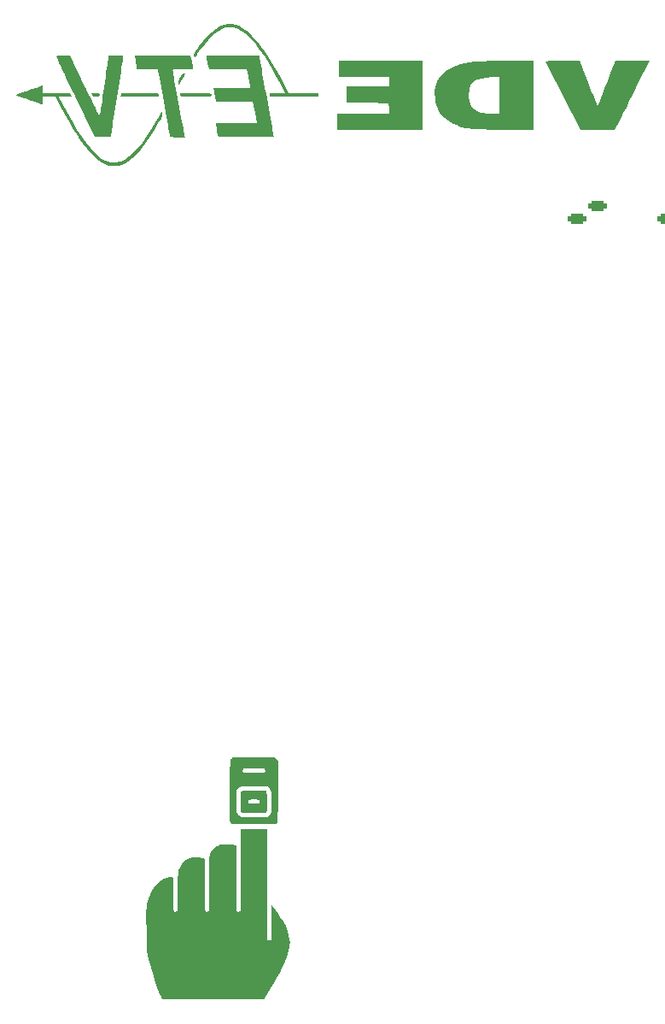
<source format=gbo>
G04 #@! TF.GenerationSoftware,KiCad,Pcbnew,7.0.7*
G04 #@! TF.CreationDate,2023-09-14T12:08:29+02:00*
G04 #@! TF.ProjectId,pulsoximeter,70756c73-6f78-4696-9d65-7465722e6b69,rev?*
G04 #@! TF.SameCoordinates,Original*
G04 #@! TF.FileFunction,Legend,Bot*
G04 #@! TF.FilePolarity,Positive*
%FSLAX46Y46*%
G04 Gerber Fmt 4.6, Leading zero omitted, Abs format (unit mm)*
G04 Created by KiCad (PCBNEW 7.0.7) date 2023-09-14 12:08:29*
%MOMM*%
%LPD*%
G01*
G04 APERTURE LIST*
G04 Aperture macros list*
%AMRoundRect*
0 Rectangle with rounded corners*
0 $1 Rounding radius*
0 $2 $3 $4 $5 $6 $7 $8 $9 X,Y pos of 4 corners*
0 Add a 4 corners polygon primitive as box body*
4,1,4,$2,$3,$4,$5,$6,$7,$8,$9,$2,$3,0*
0 Add four circle primitives for the rounded corners*
1,1,$1+$1,$2,$3*
1,1,$1+$1,$4,$5*
1,1,$1+$1,$6,$7*
1,1,$1+$1,$8,$9*
0 Add four rect primitives between the rounded corners*
20,1,$1+$1,$2,$3,$4,$5,0*
20,1,$1+$1,$4,$5,$6,$7,0*
20,1,$1+$1,$6,$7,$8,$9,0*
20,1,$1+$1,$8,$9,$2,$3,0*%
G04 Aperture macros list end*
%ADD10R,1.700000X1.700000*%
%ADD11O,1.700000X1.700000*%
%ADD12C,1.400000*%
%ADD13O,1.400000X1.400000*%
%ADD14C,1.600000*%
%ADD15O,1.800000X1.800000*%
%ADD16O,1.500000X1.500000*%
%ADD17R,1.800000X1.100000*%
%ADD18RoundRect,0.275000X-0.625000X0.275000X-0.625000X-0.275000X0.625000X-0.275000X0.625000X0.275000X0*%
%ADD19R,2.000000X2.000000*%
%ADD20C,2.000000*%
%ADD21C,3.450000*%
%ADD22R,3.000000X3.000000*%
%ADD23C,3.000000*%
G04 APERTURE END LIST*
G36*
X67700034Y-129049842D02*
G01*
X67700790Y-129309981D01*
X67701021Y-129530453D01*
X67700311Y-129703209D01*
X67698285Y-129834562D01*
X67694571Y-129930829D01*
X67688796Y-129998324D01*
X67680588Y-130043363D01*
X67669574Y-130072259D01*
X67655381Y-130091330D01*
X67637636Y-130106888D01*
X67621878Y-130117793D01*
X67595078Y-130129379D01*
X67555256Y-130138643D01*
X67496533Y-130145842D01*
X67413031Y-130151231D01*
X67298872Y-130155066D01*
X67148179Y-130157604D01*
X66955073Y-130159099D01*
X66713676Y-130159809D01*
X66418111Y-130159988D01*
X65264162Y-130159988D01*
X65190468Y-130086294D01*
X65116773Y-130012600D01*
X65116773Y-129054527D01*
X65116774Y-129049114D01*
X65837341Y-129049114D01*
X65852189Y-129123495D01*
X65897388Y-129199232D01*
X65900614Y-129202409D01*
X65928891Y-129224625D01*
X65966906Y-129240197D01*
X66024722Y-129250288D01*
X66112396Y-129256057D01*
X66239992Y-129258667D01*
X66417568Y-129259279D01*
X66510826Y-129259206D01*
X66661116Y-129258106D01*
X66766531Y-129254613D01*
X66837249Y-129247381D01*
X66883445Y-129235064D01*
X66915297Y-129216316D01*
X66942982Y-129189791D01*
X66947311Y-129185064D01*
X66999054Y-129089558D01*
X66999463Y-128988220D01*
X66948215Y-128898996D01*
X66943864Y-128894735D01*
X66915551Y-128872932D01*
X66877145Y-128857653D01*
X66818657Y-128847757D01*
X66730097Y-128842102D01*
X66601475Y-128839546D01*
X66422802Y-128838948D01*
X66389769Y-128838960D01*
X66219956Y-128839800D01*
X66098563Y-128842784D01*
X66015599Y-128849054D01*
X65961075Y-128859751D01*
X65925001Y-128876018D01*
X65897388Y-128898996D01*
X65857699Y-128960957D01*
X65837341Y-129049114D01*
X65116774Y-129049114D01*
X65116791Y-128938050D01*
X65117111Y-128695373D01*
X65118148Y-128503334D01*
X65120299Y-128355269D01*
X65123964Y-128244520D01*
X65129544Y-128164423D01*
X65137438Y-128108319D01*
X65148046Y-128069546D01*
X65161766Y-128041442D01*
X65179000Y-128017347D01*
X65241226Y-127938239D01*
X66420327Y-127938239D01*
X66433001Y-127938239D01*
X66729113Y-127938409D01*
X66971135Y-127939066D01*
X67164801Y-127940463D01*
X67315844Y-127942851D01*
X67430000Y-127946482D01*
X67513001Y-127951606D01*
X67570582Y-127958475D01*
X67608476Y-127967341D01*
X67632419Y-127978454D01*
X67648143Y-127992067D01*
X67657368Y-128004718D01*
X67668996Y-128033184D01*
X67678219Y-128078501D01*
X67685342Y-128146840D01*
X67690666Y-128244372D01*
X67694495Y-128377267D01*
X67697130Y-128551697D01*
X67698876Y-128773831D01*
X67699775Y-128988220D01*
X67700034Y-129049842D01*
G37*
G36*
X68801922Y-128003599D02*
G01*
X68801622Y-128126983D01*
X68800444Y-128602825D01*
X68799306Y-129023053D01*
X68799223Y-129049114D01*
X68798127Y-129391236D01*
X68796827Y-129710946D01*
X68795324Y-129985754D01*
X68793537Y-130219232D01*
X68791384Y-130414950D01*
X68788784Y-130576480D01*
X68785656Y-130707393D01*
X68781919Y-130811260D01*
X68777490Y-130891652D01*
X68772290Y-130952141D01*
X68766236Y-130996297D01*
X68759248Y-131027692D01*
X68751243Y-131049897D01*
X68742142Y-131066483D01*
X68731861Y-131081022D01*
X68726586Y-131087934D01*
X68654068Y-131164723D01*
X68569797Y-131233334D01*
X68470541Y-131300887D01*
X66422802Y-131300887D01*
X64375062Y-131300887D01*
X64273760Y-131232619D01*
X64265493Y-131226873D01*
X64177560Y-131149949D01*
X64103767Y-131062422D01*
X64035077Y-130960493D01*
X64039765Y-129180806D01*
X64697111Y-129180806D01*
X64698388Y-129405584D01*
X64701069Y-129615872D01*
X64705163Y-129802562D01*
X64710679Y-129956546D01*
X64717627Y-130068716D01*
X64726016Y-130129965D01*
X64749801Y-130193445D01*
X64832251Y-130325087D01*
X64944981Y-130442118D01*
X65069614Y-130523490D01*
X65074336Y-130525608D01*
X65108879Y-130539049D01*
X65149814Y-130550025D01*
X65203102Y-130558774D01*
X65274706Y-130565535D01*
X65370587Y-130570549D01*
X65496706Y-130574052D01*
X65659026Y-130576286D01*
X65863507Y-130577489D01*
X66116112Y-130577899D01*
X66422802Y-130577757D01*
X66707585Y-130576839D01*
X66983066Y-130574553D01*
X67222878Y-130571033D01*
X67422145Y-130566394D01*
X67575993Y-130560752D01*
X67679547Y-130554220D01*
X67727933Y-130546915D01*
X67828852Y-130493717D01*
X67965025Y-130379504D01*
X68066873Y-130240814D01*
X68069199Y-130236452D01*
X68086512Y-130201998D01*
X68100438Y-130166212D01*
X68111347Y-130122570D01*
X68119606Y-130064549D01*
X68125585Y-129985625D01*
X68129650Y-129879273D01*
X68132171Y-129738970D01*
X68133515Y-129558192D01*
X68134052Y-129330415D01*
X68134149Y-129049114D01*
X68134035Y-128770773D01*
X68133455Y-128542065D01*
X68132055Y-128360489D01*
X68129479Y-128219545D01*
X68125374Y-128112734D01*
X68119386Y-128033555D01*
X68111161Y-127975510D01*
X68100344Y-127932099D01*
X68086581Y-127896822D01*
X68069518Y-127863180D01*
X68017419Y-127777652D01*
X67900835Y-127651041D01*
X67751902Y-127564376D01*
X67746786Y-127562314D01*
X67709197Y-127550897D01*
X67657081Y-127541559D01*
X67584747Y-127534104D01*
X67486506Y-127528336D01*
X67356669Y-127524057D01*
X67189545Y-127521072D01*
X66979445Y-127519183D01*
X66720679Y-127518194D01*
X66407558Y-127517908D01*
X66277449Y-127517926D01*
X65994068Y-127518211D01*
X65762418Y-127519043D01*
X65576572Y-127520680D01*
X65430601Y-127523377D01*
X65318577Y-127527391D01*
X65234573Y-127532978D01*
X65172660Y-127540394D01*
X65126912Y-127549897D01*
X65091398Y-127561742D01*
X65060193Y-127576187D01*
X65024415Y-127596196D01*
X64895345Y-127698175D01*
X64790992Y-127825941D01*
X64728271Y-127959936D01*
X64726670Y-127966705D01*
X64718388Y-128037891D01*
X64711444Y-128158343D01*
X64705846Y-128318952D01*
X64701604Y-128510611D01*
X64698728Y-128724211D01*
X64697227Y-128950646D01*
X64697111Y-129180806D01*
X64039765Y-129180806D01*
X64043006Y-127950378D01*
X64043288Y-127843155D01*
X64044578Y-127363885D01*
X64045816Y-126940362D01*
X64047084Y-126569027D01*
X64048460Y-126246323D01*
X64050026Y-125968689D01*
X64050510Y-125906443D01*
X65276588Y-125906443D01*
X65278649Y-126000240D01*
X65340586Y-126093150D01*
X65414280Y-126166844D01*
X66418111Y-126166844D01*
X66425832Y-126166844D01*
X66698672Y-126166603D01*
X66917948Y-126165689D01*
X67089980Y-126163792D01*
X67221090Y-126160600D01*
X67317599Y-126155800D01*
X67385827Y-126149082D01*
X67432095Y-126140135D01*
X67462724Y-126128645D01*
X67484034Y-126114303D01*
X67551702Y-126025987D01*
X67563915Y-125926754D01*
X67518182Y-125827779D01*
X67454259Y-125746513D01*
X66425856Y-125746513D01*
X65397453Y-125746513D01*
X65332172Y-125816002D01*
X65276588Y-125906443D01*
X64050510Y-125906443D01*
X64051861Y-125732569D01*
X64054047Y-125534403D01*
X64056663Y-125370633D01*
X64059790Y-125237700D01*
X64063508Y-125132046D01*
X64067898Y-125050113D01*
X64073039Y-124988341D01*
X64079013Y-124943172D01*
X64085899Y-124911048D01*
X64093778Y-124888410D01*
X64102730Y-124871700D01*
X64112836Y-124857359D01*
X64177482Y-124784064D01*
X64257635Y-124712553D01*
X64258852Y-124711646D01*
X64276310Y-124699659D01*
X64296989Y-124689335D01*
X64325259Y-124680530D01*
X64365492Y-124673102D01*
X64422059Y-124666909D01*
X64499331Y-124661809D01*
X64601680Y-124657660D01*
X64733477Y-124654319D01*
X64899093Y-124651645D01*
X65102900Y-124649495D01*
X65349268Y-124647728D01*
X65642570Y-124646200D01*
X65987176Y-124644771D01*
X66387458Y-124643297D01*
X68434386Y-124635943D01*
X68553868Y-124703956D01*
X68572175Y-124715229D01*
X68667362Y-124796183D01*
X68741262Y-124891451D01*
X68809174Y-125010934D01*
X68806955Y-125926754D01*
X68801922Y-128003599D01*
G37*
G36*
X66607260Y-131751283D02*
G01*
X66885493Y-131751622D01*
X67112161Y-131752483D01*
X67292512Y-131754080D01*
X67431793Y-131756625D01*
X67535253Y-131760333D01*
X67608138Y-131765417D01*
X67655697Y-131772090D01*
X67683177Y-131780566D01*
X67695825Y-131791059D01*
X67698890Y-131803783D01*
X67698898Y-131814249D01*
X67698940Y-131878604D01*
X67699012Y-131998414D01*
X67699114Y-132170632D01*
X67699242Y-132392209D01*
X67699397Y-132660098D01*
X67699575Y-132971250D01*
X67699775Y-133322617D01*
X67699996Y-133711152D01*
X67700235Y-134133806D01*
X67700492Y-134587531D01*
X67700763Y-135069279D01*
X67701048Y-135576003D01*
X67701345Y-136104654D01*
X67701652Y-136652183D01*
X67701967Y-137215544D01*
X67702153Y-137499194D01*
X67702684Y-138055458D01*
X67703414Y-138594556D01*
X67704330Y-139113427D01*
X67705420Y-139609005D01*
X67706670Y-140078229D01*
X67708068Y-140518036D01*
X67709599Y-140925362D01*
X67711252Y-141297144D01*
X67713013Y-141630321D01*
X67714869Y-141921827D01*
X67716806Y-142168602D01*
X67718813Y-142367581D01*
X67720875Y-142515702D01*
X67722981Y-142609901D01*
X67725116Y-142647116D01*
X67762272Y-142715006D01*
X67825209Y-142779151D01*
X67873170Y-142810975D01*
X67927565Y-142822318D01*
X67999656Y-142799687D01*
X68001721Y-142798818D01*
X68075356Y-142749991D01*
X68121663Y-142688215D01*
X68124547Y-142671943D01*
X68129642Y-142598375D01*
X68134334Y-142472943D01*
X68138537Y-142300965D01*
X68142169Y-142087760D01*
X68145146Y-141838644D01*
X68147384Y-141558936D01*
X68148800Y-141253954D01*
X68149310Y-140929015D01*
X68149459Y-139242140D01*
X68224786Y-139332211D01*
X68246030Y-139358311D01*
X68307092Y-139435588D01*
X68391573Y-139544096D01*
X68491275Y-139673281D01*
X68597996Y-139812589D01*
X68721678Y-139977957D01*
X69047987Y-140451843D01*
X69327611Y-140918165D01*
X69559270Y-141373938D01*
X69741680Y-141816177D01*
X69873560Y-142241897D01*
X69953629Y-142648114D01*
X69980603Y-143031841D01*
X69975665Y-143170246D01*
X69936556Y-143479739D01*
X69859898Y-143828080D01*
X69747402Y-144211378D01*
X69600784Y-144625740D01*
X69421757Y-145067274D01*
X69212034Y-145532086D01*
X68973330Y-146016285D01*
X68707358Y-146515977D01*
X68415832Y-147027270D01*
X68100465Y-147546272D01*
X67762971Y-148069090D01*
X67758997Y-148075068D01*
X67658274Y-148227663D01*
X67568620Y-148365406D01*
X67495633Y-148479546D01*
X67444912Y-148561331D01*
X67422055Y-148602010D01*
X67421380Y-148603458D01*
X67415363Y-148610059D01*
X67402795Y-148616068D01*
X67381002Y-148621512D01*
X67347308Y-148626419D01*
X67299039Y-148630816D01*
X67233519Y-148634732D01*
X67148075Y-148638194D01*
X67040032Y-148641229D01*
X66906713Y-148643867D01*
X66745446Y-148646133D01*
X66553554Y-148648057D01*
X66328363Y-148649666D01*
X66067198Y-148650987D01*
X65767385Y-148652049D01*
X65426248Y-148652880D01*
X65041113Y-148653506D01*
X64609305Y-148653956D01*
X64128149Y-148654258D01*
X63594970Y-148654439D01*
X63007093Y-148654528D01*
X62361844Y-148654551D01*
X57323183Y-148654551D01*
X57139062Y-148226714D01*
X57085171Y-148100341D01*
X56741370Y-147232689D01*
X56442078Y-146363776D01*
X56189458Y-145500896D01*
X55985674Y-144651343D01*
X55832889Y-143822414D01*
X55823179Y-143757985D01*
X55811761Y-143674115D01*
X55801980Y-143588044D01*
X55793669Y-143494514D01*
X55786661Y-143388265D01*
X55780789Y-143264040D01*
X55775886Y-143116578D01*
X55771784Y-142940622D01*
X55768316Y-142730913D01*
X55765316Y-142482192D01*
X55762616Y-142189201D01*
X55760048Y-141846679D01*
X55757446Y-141449370D01*
X55757211Y-141411596D01*
X55754903Y-141016035D01*
X55753314Y-140675135D01*
X55752527Y-140383953D01*
X55752624Y-140137542D01*
X55753686Y-139930958D01*
X55755795Y-139759257D01*
X55759035Y-139617493D01*
X55763486Y-139500720D01*
X55769232Y-139403996D01*
X55776354Y-139322374D01*
X55784934Y-139250909D01*
X55795054Y-139184657D01*
X55869408Y-138851062D01*
X56011000Y-138437240D01*
X56203610Y-138028974D01*
X56442814Y-137635401D01*
X56724188Y-137265657D01*
X56756386Y-137228529D01*
X56984659Y-137004815D01*
X57235440Y-136819710D01*
X57500618Y-136676944D01*
X57772080Y-136580251D01*
X58041714Y-136533363D01*
X58301407Y-136540012D01*
X58451525Y-136560659D01*
X58451525Y-138194130D01*
X58451534Y-138361858D01*
X58451673Y-138690939D01*
X58452121Y-138967054D01*
X58453050Y-139195080D01*
X58454633Y-139379891D01*
X58457042Y-139526362D01*
X58460451Y-139639368D01*
X58465032Y-139723784D01*
X58470958Y-139784486D01*
X58478403Y-139826348D01*
X58487538Y-139854246D01*
X58498537Y-139873054D01*
X58511572Y-139887648D01*
X58526013Y-139900676D01*
X58617319Y-139942154D01*
X58716124Y-139936689D01*
X58799649Y-139884528D01*
X58801762Y-139882148D01*
X58813054Y-139866549D01*
X58822764Y-139844714D01*
X58831057Y-139812159D01*
X58838099Y-139764399D01*
X58844055Y-139696950D01*
X58849089Y-139605329D01*
X58853369Y-139485051D01*
X58857058Y-139331631D01*
X58860323Y-139140587D01*
X58863328Y-138907433D01*
X58866239Y-138627686D01*
X58869222Y-138296860D01*
X58872441Y-137910474D01*
X58874704Y-137634843D01*
X58877673Y-137288085D01*
X58880497Y-136993168D01*
X58883372Y-136745263D01*
X58886490Y-136539541D01*
X58890044Y-136371173D01*
X58894229Y-136235329D01*
X58899237Y-136127179D01*
X58905262Y-136041894D01*
X58912498Y-135974646D01*
X58921138Y-135920604D01*
X58931376Y-135874938D01*
X58943405Y-135832821D01*
X58957418Y-135789421D01*
X59058380Y-135541574D01*
X59231919Y-135253334D01*
X59452435Y-135000596D01*
X59479901Y-134974853D01*
X59722175Y-134792949D01*
X59995394Y-134662049D01*
X60298620Y-134582322D01*
X60630916Y-134553937D01*
X60991347Y-134577065D01*
X61378976Y-134651874D01*
X61573984Y-134700858D01*
X61573984Y-137264230D01*
X61573996Y-137607814D01*
X61574097Y-138016608D01*
X61574374Y-138372074D01*
X61574915Y-138678051D01*
X61575809Y-138938380D01*
X61577143Y-139156903D01*
X61579005Y-139337458D01*
X61581483Y-139483888D01*
X61584665Y-139600031D01*
X61588638Y-139689730D01*
X61593492Y-139756824D01*
X61599313Y-139805155D01*
X61606189Y-139838562D01*
X61614209Y-139860886D01*
X61623460Y-139875968D01*
X61634031Y-139887648D01*
X61656371Y-139907104D01*
X61750565Y-139945698D01*
X61848679Y-139932462D01*
X61932088Y-139868587D01*
X61933137Y-139867252D01*
X61943848Y-139852628D01*
X61953230Y-139835299D01*
X61961371Y-139811443D01*
X61968358Y-139777237D01*
X61974280Y-139728858D01*
X61979225Y-139662483D01*
X61983281Y-139574290D01*
X61986537Y-139460455D01*
X61989079Y-139317155D01*
X61990996Y-139140569D01*
X61992377Y-138926872D01*
X61993310Y-138672243D01*
X61993881Y-138372857D01*
X61994181Y-138024893D01*
X61994296Y-137624527D01*
X61994315Y-137167937D01*
X61994315Y-137162988D01*
X61994628Y-136643032D01*
X61995572Y-136181429D01*
X61997165Y-135776503D01*
X61999430Y-135426578D01*
X62002386Y-135129976D01*
X62006053Y-134885023D01*
X62010453Y-134690042D01*
X62015605Y-134543356D01*
X62021530Y-134443289D01*
X62028249Y-134388166D01*
X62042443Y-134327759D01*
X62141628Y-134054027D01*
X62288684Y-133814647D01*
X62480197Y-133613369D01*
X62712750Y-133453942D01*
X62982929Y-133340114D01*
X63027702Y-133327232D01*
X63244644Y-133286094D01*
X63499023Y-133264968D01*
X63775485Y-133263527D01*
X64058678Y-133281447D01*
X64333252Y-133318402D01*
X64583854Y-133374066D01*
X64696442Y-133405364D01*
X64696442Y-136615313D01*
X64696442Y-139825262D01*
X64762151Y-139886478D01*
X64777942Y-139900058D01*
X64873945Y-139944046D01*
X64971038Y-139933257D01*
X65054547Y-139868587D01*
X65116773Y-139789479D01*
X65116773Y-135770360D01*
X65116773Y-131751241D01*
X66407790Y-131751241D01*
X66607260Y-131751283D01*
G37*
G36*
X83142667Y-59097334D02*
G01*
X83142667Y-62526334D01*
X78909334Y-62526334D01*
X74676000Y-62526334D01*
X74676000Y-61722000D01*
X74676000Y-60917667D01*
X77262374Y-60917667D01*
X79848747Y-60917667D01*
X79823541Y-60388500D01*
X79798334Y-59859334D01*
X77702834Y-59836688D01*
X75607334Y-59814042D01*
X75607334Y-59011188D01*
X75607334Y-58208334D01*
X77724000Y-58208334D01*
X79840667Y-58208334D01*
X79840667Y-57742667D01*
X79840667Y-57277000D01*
X77343000Y-57277000D01*
X74845334Y-57277000D01*
X74845334Y-56472667D01*
X74845334Y-55668334D01*
X78994000Y-55668334D01*
X83142667Y-55668334D01*
X83142667Y-59097334D01*
G37*
G36*
X99481688Y-57636833D02*
G01*
X99645250Y-58041346D01*
X99861035Y-58574842D01*
X100054483Y-59052922D01*
X100215316Y-59450193D01*
X100333254Y-59741258D01*
X100398019Y-59900722D01*
X100518505Y-60196111D01*
X100835383Y-59392722D01*
X100925071Y-59164874D01*
X101095965Y-58729424D01*
X101297786Y-58214082D01*
X101512416Y-57665126D01*
X101721737Y-57128834D01*
X102291213Y-55668334D01*
X103977889Y-55668334D01*
X105664564Y-55668334D01*
X104427244Y-58144834D01*
X104314051Y-58371149D01*
X103985092Y-59026360D01*
X103659927Y-59670640D01*
X103352862Y-60275846D01*
X103078203Y-60813832D01*
X102850258Y-61256452D01*
X102683334Y-61575561D01*
X102176745Y-62529789D01*
X100487996Y-62506895D01*
X98799246Y-62484000D01*
X97099007Y-59182000D01*
X96858015Y-58713713D01*
X96516179Y-58048534D01*
X96203333Y-57438663D01*
X95927582Y-56899963D01*
X95697033Y-56448300D01*
X95519792Y-56099537D01*
X95403965Y-55869538D01*
X95357659Y-55774167D01*
X95368574Y-55743158D01*
X95458916Y-55713291D01*
X95650286Y-55691974D01*
X95959747Y-55678108D01*
X96404362Y-55670594D01*
X97001197Y-55668334D01*
X98685843Y-55668334D01*
X99481688Y-57636833D01*
G37*
G36*
X94149334Y-59104587D02*
G01*
X94149334Y-62540841D01*
X91080167Y-62501880D01*
X90695503Y-62496790D01*
X89856042Y-62483098D01*
X89157453Y-62465776D01*
X88579477Y-62442288D01*
X88101857Y-62410098D01*
X87704335Y-62366671D01*
X87366653Y-62309473D01*
X87068553Y-62235966D01*
X86789778Y-62143617D01*
X86510069Y-62029890D01*
X86209169Y-61892249D01*
X85904580Y-61731572D01*
X85330227Y-61315795D01*
X84879372Y-60819278D01*
X84572558Y-60262478D01*
X84554166Y-60213665D01*
X84434445Y-59749201D01*
X84373595Y-59217898D01*
X84373158Y-59055000D01*
X87718386Y-59055000D01*
X87722537Y-59234120D01*
X87801472Y-59751288D01*
X87992488Y-60158547D01*
X88311144Y-60480800D01*
X88773000Y-60742953D01*
X88870981Y-60774377D01*
X89140674Y-60825666D01*
X89498828Y-60869237D01*
X89894834Y-60898090D01*
X90762667Y-60939863D01*
X90762667Y-59108432D01*
X90762667Y-57277000D01*
X90148834Y-57278765D01*
X90002086Y-57281224D01*
X89476815Y-57320604D01*
X88982002Y-57400920D01*
X88563753Y-57513116D01*
X88268171Y-57648137D01*
X88138105Y-57754634D01*
X87912454Y-58083895D01*
X87768785Y-58526980D01*
X87718386Y-59055000D01*
X84373158Y-59055000D01*
X84372141Y-58675961D01*
X84430606Y-58179593D01*
X84549511Y-57785000D01*
X84586838Y-57706868D01*
X84956190Y-57145050D01*
X85462251Y-56674436D01*
X86107393Y-56293583D01*
X86893989Y-56001052D01*
X87824411Y-55795399D01*
X87917744Y-55781231D01*
X88241268Y-55744178D01*
X88641207Y-55715325D01*
X89136130Y-55694011D01*
X89744607Y-55679573D01*
X90485207Y-55671348D01*
X91376500Y-55668674D01*
X94149334Y-55668334D01*
X94149334Y-57277000D01*
X94149334Y-59104587D01*
G37*
G36*
X50837690Y-58867687D02*
G01*
X50987762Y-58872699D01*
X51072342Y-58886545D01*
X51109695Y-58913356D01*
X51118087Y-58957260D01*
X51114610Y-59009301D01*
X51089589Y-59121586D01*
X51087951Y-59125547D01*
X51043119Y-59167572D01*
X50943405Y-59189523D01*
X50769634Y-59195851D01*
X50723937Y-59195799D01*
X50581416Y-59191287D01*
X50498408Y-59170633D01*
X50447134Y-59121494D01*
X50399816Y-59031525D01*
X50321454Y-58867200D01*
X50719771Y-58867200D01*
X50837690Y-58867687D01*
G37*
G36*
X59532210Y-57094834D02*
G01*
X59502223Y-57146191D01*
X59422021Y-57288381D01*
X59320784Y-57471673D01*
X59213409Y-57669231D01*
X59113239Y-57852075D01*
X59043586Y-57968008D01*
X58999529Y-58020273D01*
X58972427Y-58019021D01*
X58953636Y-57974406D01*
X58948951Y-57957164D01*
X58922577Y-57807084D01*
X58933301Y-57663799D01*
X58986578Y-57499311D01*
X59087865Y-57285626D01*
X59164657Y-57138449D01*
X59231396Y-57027366D01*
X59288450Y-56968971D01*
X59353397Y-56946315D01*
X59443820Y-56942448D01*
X59623712Y-56942246D01*
X59532210Y-57094834D01*
G37*
G36*
X61196862Y-58867353D02*
G01*
X61506786Y-58869013D01*
X61745229Y-58873579D01*
X61921540Y-58882473D01*
X62045071Y-58897119D01*
X62125173Y-58918941D01*
X62171196Y-58949360D01*
X62192493Y-58989801D01*
X62198413Y-59041687D01*
X62198309Y-59106441D01*
X62197643Y-59120458D01*
X62189082Y-59142586D01*
X62162928Y-59159815D01*
X62109644Y-59172640D01*
X62019691Y-59181555D01*
X61883533Y-59187053D01*
X61691630Y-59189629D01*
X61434445Y-59189777D01*
X61102441Y-59187990D01*
X60686079Y-59184764D01*
X59173849Y-59172376D01*
X59142655Y-59019788D01*
X59111462Y-58867200D01*
X60626387Y-58867200D01*
X60806103Y-58867175D01*
X61196862Y-58867353D01*
G37*
G36*
X55405957Y-58867243D02*
G01*
X55821862Y-58867678D01*
X56157653Y-58868922D01*
X56421888Y-58871386D01*
X56623125Y-58875480D01*
X56769922Y-58881615D01*
X56870837Y-58890200D01*
X56934429Y-58901647D01*
X56969257Y-58916366D01*
X56983877Y-58934767D01*
X56986848Y-58957260D01*
X56990326Y-59009301D01*
X57015347Y-59121586D01*
X57015494Y-59139630D01*
X56995029Y-59154804D01*
X56945662Y-59167009D01*
X56859270Y-59176559D01*
X56727728Y-59183772D01*
X56542910Y-59188964D01*
X56296692Y-59192452D01*
X55980950Y-59194551D01*
X55587558Y-59195578D01*
X55108392Y-59195851D01*
X53172939Y-59195851D01*
X53201249Y-59090213D01*
X53218085Y-59016464D01*
X53230200Y-58925888D01*
X53231325Y-58921904D01*
X53260448Y-58907289D01*
X53334240Y-58895335D01*
X53459734Y-58885823D01*
X53643961Y-58878533D01*
X53893954Y-58873245D01*
X54216744Y-58869740D01*
X54619364Y-58867798D01*
X55108845Y-58867200D01*
X55405957Y-58867243D01*
G37*
G36*
X64584851Y-52079117D02*
G01*
X64952331Y-52204174D01*
X65322555Y-52402674D01*
X65704837Y-52679719D01*
X66108489Y-53040409D01*
X66244738Y-53175694D01*
X66547996Y-53501753D01*
X66853717Y-53866401D01*
X67165929Y-54275718D01*
X67488662Y-54735790D01*
X67825948Y-55252698D01*
X68181815Y-55832526D01*
X68560296Y-56481357D01*
X68965418Y-57205275D01*
X69401214Y-58010361D01*
X69858568Y-58867200D01*
X71333799Y-58867200D01*
X72809029Y-58867200D01*
X72809029Y-59031525D01*
X72809029Y-59195851D01*
X70420051Y-59195851D01*
X68031072Y-59195851D01*
X68002762Y-59090213D01*
X67995394Y-59062763D01*
X67979216Y-58989227D01*
X67984243Y-58936905D01*
X68022589Y-58902188D01*
X68106372Y-58881467D01*
X68247707Y-58871135D01*
X68458709Y-58867582D01*
X68751495Y-58867200D01*
X69529820Y-58867200D01*
X69260682Y-58362487D01*
X69007663Y-57891164D01*
X68599893Y-57147194D01*
X68222127Y-56479941D01*
X67870345Y-55883176D01*
X67540529Y-55350672D01*
X67228660Y-54876201D01*
X66930718Y-54453535D01*
X66642684Y-54076447D01*
X66360541Y-53738707D01*
X66080268Y-53434089D01*
X65678728Y-53054856D01*
X65256441Y-52737573D01*
X64841119Y-52512754D01*
X64430736Y-52379986D01*
X64023266Y-52338851D01*
X63616682Y-52388936D01*
X63208958Y-52529823D01*
X62798067Y-52761099D01*
X62582848Y-52919233D01*
X62242096Y-53217813D01*
X61883926Y-53583079D01*
X61519210Y-54002991D01*
X61158818Y-54465513D01*
X60813623Y-54958605D01*
X60769485Y-55024297D01*
X60670053Y-55164876D01*
X60593746Y-55262456D01*
X60554310Y-55298993D01*
X60547893Y-55296269D01*
X60518382Y-55237100D01*
X60492141Y-55124908D01*
X60486099Y-55056298D01*
X60497101Y-54965263D01*
X60535140Y-54859707D01*
X60606712Y-54728009D01*
X60718315Y-54558548D01*
X60876446Y-54339703D01*
X61087602Y-54059854D01*
X61360092Y-53715310D01*
X61794026Y-53222372D01*
X62214824Y-52817381D01*
X62626310Y-52497882D01*
X63032307Y-52261419D01*
X63436640Y-52105540D01*
X63843130Y-52027787D01*
X64255601Y-52025707D01*
X64584851Y-52079117D01*
G37*
G36*
X66983001Y-55404631D02*
G01*
X66993957Y-55460832D01*
X67023895Y-55619283D01*
X67067051Y-55851155D01*
X67121919Y-56148159D01*
X67186993Y-56502005D01*
X67260767Y-56904404D01*
X67341737Y-57347066D01*
X67428395Y-57821702D01*
X67519237Y-58320022D01*
X67612756Y-58833738D01*
X67707446Y-59354559D01*
X67801803Y-59874197D01*
X67894319Y-60384361D01*
X67983490Y-60876763D01*
X68067810Y-61343113D01*
X68145772Y-61775121D01*
X68215871Y-62164499D01*
X68276602Y-62502957D01*
X68326458Y-62782204D01*
X68363933Y-62993953D01*
X68387523Y-63129913D01*
X68395721Y-63181796D01*
X68368733Y-63193279D01*
X68281881Y-63203147D01*
X68130893Y-63211104D01*
X67911518Y-63217212D01*
X67619507Y-63221533D01*
X67250609Y-63224130D01*
X66800573Y-63225064D01*
X66265149Y-63224399D01*
X65640087Y-63222196D01*
X62884454Y-63210084D01*
X62779171Y-62646682D01*
X62738727Y-62423436D01*
X62704270Y-62219889D01*
X62680438Y-62063844D01*
X62670849Y-61977644D01*
X62667810Y-61872006D01*
X64702773Y-61872006D01*
X66737736Y-61872006D01*
X66523208Y-60792689D01*
X66308680Y-59713372D01*
X64479186Y-59701099D01*
X62649693Y-59688827D01*
X62544416Y-59125426D01*
X62503973Y-58902180D01*
X62469518Y-58698633D01*
X62445687Y-58542588D01*
X62436099Y-58456387D01*
X62433059Y-58350749D01*
X64240638Y-58350749D01*
X64326872Y-58350709D01*
X64722763Y-58349469D01*
X65085516Y-58346639D01*
X65405004Y-58342415D01*
X65671100Y-58336996D01*
X65873678Y-58330578D01*
X66002610Y-58323359D01*
X66047770Y-58315536D01*
X66045449Y-58296274D01*
X66029409Y-58198451D01*
X66001019Y-58036613D01*
X65963707Y-57829429D01*
X65920903Y-57595568D01*
X65876034Y-57353697D01*
X65832528Y-57122485D01*
X65793816Y-56920601D01*
X65763324Y-56766713D01*
X65713128Y-56520755D01*
X63827187Y-56508488D01*
X61941246Y-56496220D01*
X61837219Y-55932819D01*
X61797340Y-55709694D01*
X61763457Y-55506093D01*
X61740161Y-55350004D01*
X61731000Y-55263780D01*
X61728808Y-55158143D01*
X64331209Y-55158143D01*
X66933611Y-55158143D01*
X66983001Y-55404631D01*
G37*
G36*
X52885280Y-55158832D02*
G01*
X53115184Y-55163204D01*
X53299294Y-55170936D01*
X53421579Y-55181246D01*
X53466002Y-55193355D01*
X53464521Y-55206751D01*
X53451238Y-55299728D01*
X53425227Y-55473404D01*
X53387779Y-55719521D01*
X53340184Y-56029822D01*
X53283732Y-56396047D01*
X53219712Y-56809939D01*
X53149416Y-57263238D01*
X53074133Y-57747687D01*
X52995153Y-58255028D01*
X52913766Y-58777001D01*
X52831262Y-59305349D01*
X52748932Y-59831813D01*
X52668066Y-60348135D01*
X52589953Y-60846057D01*
X52515883Y-61317319D01*
X52447148Y-61753665D01*
X52385036Y-62146835D01*
X52330838Y-62488571D01*
X52285844Y-62770615D01*
X52251345Y-62984709D01*
X52228629Y-63122593D01*
X52218988Y-63176011D01*
X52216881Y-63180607D01*
X52179574Y-63202112D01*
X52091331Y-63216476D01*
X51941437Y-63224322D01*
X51719183Y-63226275D01*
X51413855Y-63222961D01*
X50627699Y-63210084D01*
X48714615Y-59242801D01*
X48647978Y-59104576D01*
X48374674Y-58536935D01*
X48113935Y-57994239D01*
X47868594Y-57482445D01*
X47641483Y-57007512D01*
X47435436Y-56575399D01*
X47253284Y-56192064D01*
X47097861Y-55863466D01*
X46971999Y-55595563D01*
X46878531Y-55394313D01*
X46820288Y-55265675D01*
X46800105Y-55215607D01*
X46800100Y-55215303D01*
X46820718Y-55191710D01*
X46890503Y-55175991D01*
X47020605Y-55167403D01*
X47222177Y-55165206D01*
X47506369Y-55168657D01*
X48214060Y-55181618D01*
X49654336Y-58196962D01*
X49683066Y-58257098D01*
X49988584Y-58894739D01*
X50255859Y-59448874D01*
X50485739Y-59921188D01*
X50679069Y-60313370D01*
X50836697Y-60627106D01*
X50959469Y-60864084D01*
X51048232Y-61025992D01*
X51103834Y-61114515D01*
X51127121Y-61131342D01*
X51139132Y-61073559D01*
X51163309Y-60930686D01*
X51198262Y-60711359D01*
X51242725Y-60423916D01*
X51295434Y-60076697D01*
X51355121Y-59678042D01*
X51420523Y-59236289D01*
X51490371Y-58759778D01*
X51563402Y-58256849D01*
X51633223Y-57774266D01*
X51703161Y-57291866D01*
X51768516Y-56842074D01*
X51828029Y-56433507D01*
X51880440Y-56074786D01*
X51924490Y-55774529D01*
X51958920Y-55541355D01*
X51982470Y-55383883D01*
X51993881Y-55310730D01*
X52020589Y-55158143D01*
X52743090Y-55158143D01*
X52885280Y-55158832D01*
G37*
G36*
X55965306Y-55165054D02*
G01*
X56400443Y-55166039D01*
X56872791Y-55167524D01*
X57374187Y-55169508D01*
X60155980Y-55181618D01*
X60257373Y-55698069D01*
X60290988Y-55870670D01*
X60331840Y-56084238D01*
X60364348Y-56258519D01*
X60383534Y-56367108D01*
X60408302Y-56519695D01*
X59378351Y-56519695D01*
X59242553Y-56519895D01*
X58956445Y-56521713D01*
X58710556Y-56525186D01*
X58518306Y-56530016D01*
X58393114Y-56535904D01*
X58348401Y-56542554D01*
X58349042Y-56547206D01*
X58361650Y-56620013D01*
X58389132Y-56773685D01*
X58429840Y-56999219D01*
X58482126Y-57287613D01*
X58544344Y-57629864D01*
X58614845Y-58016968D01*
X58691982Y-58439922D01*
X58774109Y-58889725D01*
X58859577Y-59357373D01*
X58946739Y-59833863D01*
X59033949Y-60310192D01*
X59119558Y-60777358D01*
X59201918Y-61226357D01*
X59279384Y-61648186D01*
X59350307Y-62033844D01*
X59413040Y-62374326D01*
X59465935Y-62660630D01*
X59507345Y-62883754D01*
X59535624Y-63034693D01*
X59549122Y-63104446D01*
X59576564Y-63233559D01*
X58848271Y-63233559D01*
X58828665Y-63233556D01*
X58555431Y-63232472D01*
X58361243Y-63228379D01*
X58232115Y-63219751D01*
X58154057Y-63205062D01*
X58113084Y-63182786D01*
X58095208Y-63151396D01*
X58093442Y-63143801D01*
X58077317Y-63061822D01*
X58046522Y-62898872D01*
X58002652Y-62663677D01*
X57947304Y-62364965D01*
X57882075Y-62011461D01*
X57808562Y-61611894D01*
X57728362Y-61174990D01*
X57643070Y-60709475D01*
X57554283Y-60224076D01*
X57463599Y-59727520D01*
X57372614Y-59228534D01*
X57282924Y-58735845D01*
X57196126Y-58258179D01*
X57113817Y-57804263D01*
X57037593Y-57382824D01*
X56969052Y-57002588D01*
X56909789Y-56672283D01*
X56882498Y-56519695D01*
X55854821Y-56519695D01*
X55721058Y-56519396D01*
X55435036Y-56516606D01*
X55189135Y-56511259D01*
X54996800Y-56503816D01*
X54871473Y-56494737D01*
X54826600Y-56484483D01*
X54825887Y-56477177D01*
X54813417Y-56397891D01*
X54787819Y-56249215D01*
X54752225Y-56049088D01*
X54709769Y-55815444D01*
X54696739Y-55744366D01*
X54656125Y-55522024D01*
X54623224Y-55340691D01*
X54601130Y-55217482D01*
X54592938Y-55169508D01*
X54633522Y-55167622D01*
X54760147Y-55166109D01*
X54964801Y-55165096D01*
X55239321Y-55164582D01*
X55575544Y-55164568D01*
X55965306Y-55165054D01*
G37*
G36*
X45443357Y-58128160D02*
G01*
X45467288Y-58173998D01*
X45480206Y-58289470D01*
X45484076Y-58486576D01*
X45484076Y-58867200D01*
X46836933Y-58867200D01*
X48189790Y-58867200D01*
X48268151Y-59031525D01*
X48346512Y-59195851D01*
X47708422Y-59195851D01*
X47488623Y-59196449D01*
X47301031Y-59199756D01*
X47182193Y-59207608D01*
X47118421Y-59221826D01*
X47096031Y-59244233D01*
X47101338Y-59276650D01*
X47132706Y-59342695D01*
X47204723Y-59481521D01*
X47309746Y-59678468D01*
X47440997Y-59921231D01*
X47591697Y-60197508D01*
X47755067Y-60494995D01*
X47924329Y-60801388D01*
X48092705Y-61104384D01*
X48253416Y-61391680D01*
X48399683Y-61650972D01*
X48524728Y-61869957D01*
X48621772Y-62036331D01*
X48888512Y-62475177D01*
X49335610Y-63164119D01*
X49770321Y-63774596D01*
X50190584Y-64304076D01*
X50594339Y-64750030D01*
X50979528Y-65109927D01*
X51344090Y-65381235D01*
X51465661Y-65454559D01*
X51877893Y-65641821D01*
X52298495Y-65743415D01*
X52716965Y-65757560D01*
X53122801Y-65682480D01*
X53245386Y-65640753D01*
X53639360Y-65448725D01*
X54047538Y-65164097D01*
X54469788Y-64787018D01*
X54905981Y-64317634D01*
X55355987Y-63756093D01*
X55819676Y-63102542D01*
X56296920Y-62357128D01*
X56787587Y-61520000D01*
X56804525Y-61489935D01*
X56942453Y-61245562D01*
X57063545Y-61031782D01*
X57160510Y-60861412D01*
X57226056Y-60747267D01*
X57252891Y-60702166D01*
X57278819Y-60696075D01*
X57306157Y-60760789D01*
X57335785Y-60909710D01*
X57343342Y-60971488D01*
X57340573Y-61042328D01*
X57319689Y-61124827D01*
X57274808Y-61232850D01*
X57200045Y-61380262D01*
X57089519Y-61580928D01*
X56937347Y-61848711D01*
X56560029Y-62489822D01*
X56088316Y-63234889D01*
X55631467Y-63890383D01*
X55188090Y-64457830D01*
X54756791Y-64938757D01*
X54336178Y-65334691D01*
X53924857Y-65647159D01*
X53521435Y-65877687D01*
X53124520Y-66027803D01*
X53002882Y-66054622D01*
X52712238Y-66082075D01*
X52391588Y-66075574D01*
X52078666Y-66036850D01*
X51811203Y-65967630D01*
X51441906Y-65801901D01*
X51066450Y-65566305D01*
X50685413Y-65258690D01*
X50295006Y-64875333D01*
X49891441Y-64412508D01*
X49470928Y-63866491D01*
X49029678Y-63233559D01*
X49017407Y-63215184D01*
X48823717Y-62920782D01*
X48637989Y-62628987D01*
X48453037Y-62327453D01*
X48261676Y-62003834D01*
X48056722Y-61645783D01*
X47830989Y-61240954D01*
X47577292Y-60777002D01*
X47288447Y-60241580D01*
X46728253Y-59198030D01*
X46106164Y-59196941D01*
X45484076Y-59195851D01*
X45484076Y-59599950D01*
X45483665Y-59709912D01*
X45479160Y-59863309D01*
X45466862Y-59947513D01*
X45443316Y-59978870D01*
X45405067Y-59973730D01*
X45401173Y-59972273D01*
X45325925Y-59945699D01*
X45175658Y-59893563D01*
X44962501Y-59820041D01*
X44698585Y-59729312D01*
X44396038Y-59625551D01*
X44066989Y-59512936D01*
X44006412Y-59492195D01*
X43686854Y-59381759D01*
X43400293Y-59281053D01*
X43157923Y-59194134D01*
X42970941Y-59125059D01*
X42850541Y-59077885D01*
X42807920Y-59056669D01*
X42810314Y-59054264D01*
X42872055Y-59026547D01*
X43009026Y-58973610D01*
X43210130Y-58899496D01*
X43464276Y-58808247D01*
X43760367Y-58703906D01*
X44087310Y-58590514D01*
X44156785Y-58566598D01*
X44482408Y-58454430D01*
X44778035Y-58352474D01*
X45031908Y-58264793D01*
X45232264Y-58195453D01*
X45367344Y-58148518D01*
X45425388Y-58128052D01*
X45443357Y-58128160D01*
G37*
%LPC*%
D10*
X93345000Y-119380000D03*
D11*
X90805000Y-119380000D03*
X88265000Y-119380000D03*
X85725000Y-119380000D03*
X83185000Y-119380000D03*
D10*
X139700000Y-114300000D03*
D11*
X137160000Y-114300000D03*
X134620000Y-114300000D03*
X132080000Y-114300000D03*
X129540000Y-114300000D03*
X127000000Y-114300000D03*
X124460000Y-114300000D03*
X121920000Y-114300000D03*
X119380000Y-114300000D03*
X116840000Y-114300000D03*
X114300000Y-114300000D03*
X111760000Y-114300000D03*
X109220000Y-114300000D03*
X106680000Y-114300000D03*
X104140000Y-114300000D03*
X101600000Y-114300000D03*
X99060000Y-114300000D03*
X96520000Y-114300000D03*
X93980000Y-114300000D03*
X91440000Y-114300000D03*
D12*
X109220000Y-138430000D03*
D13*
X101600000Y-138430000D03*
D12*
X98835000Y-75155000D03*
D13*
X106455000Y-75155000D03*
D12*
X114075000Y-73660000D03*
D13*
X121695000Y-73660000D03*
D12*
X114300000Y-143510000D03*
D13*
X114300000Y-148590000D03*
D14*
X101640000Y-146050000D03*
X104140000Y-146050000D03*
D12*
X109220000Y-143510000D03*
D13*
X109220000Y-148590000D03*
D15*
X91570000Y-100515000D03*
D16*
X94600000Y-100215000D03*
X94600000Y-95365000D03*
D15*
X91570000Y-95065000D03*
D11*
X91440000Y-106680000D03*
X93980000Y-106680000D03*
D10*
X96520000Y-106680000D03*
D11*
X99060000Y-106680000D03*
X101600000Y-106680000D03*
X104140000Y-106680000D03*
X106680000Y-106680000D03*
D10*
X109220000Y-106680000D03*
D11*
X111760000Y-106680000D03*
X114300000Y-106680000D03*
X116840000Y-106680000D03*
X119380000Y-106680000D03*
D10*
X121920000Y-106680000D03*
D11*
X124460000Y-106680000D03*
X127000000Y-106680000D03*
X129540000Y-106680000D03*
X132080000Y-106680000D03*
D10*
X134620000Y-106680000D03*
D11*
X137160000Y-106680000D03*
X139700000Y-106680000D03*
X139700000Y-88900000D03*
X137160000Y-88900000D03*
D10*
X134620000Y-88900000D03*
D11*
X132080000Y-88900000D03*
X129540000Y-88900000D03*
X127000000Y-88900000D03*
X124460000Y-88900000D03*
D10*
X121920000Y-88900000D03*
D11*
X119380000Y-88900000D03*
X116840000Y-88900000D03*
X114300000Y-88900000D03*
X111760000Y-88900000D03*
D10*
X109220000Y-88900000D03*
D11*
X106680000Y-88900000D03*
X104140000Y-88900000D03*
X101600000Y-88900000D03*
X99060000Y-88900000D03*
D10*
X96520000Y-88900000D03*
D11*
X93980000Y-88900000D03*
X91440000Y-88900000D03*
X121170000Y-97205900D03*
D10*
X121170000Y-94665900D03*
D11*
X121170000Y-92125900D03*
D10*
X91440000Y-81280000D03*
D11*
X93980000Y-81280000D03*
X96520000Y-81280000D03*
X99060000Y-81280000D03*
X101600000Y-81280000D03*
X104140000Y-81280000D03*
X106680000Y-81280000D03*
X109220000Y-81280000D03*
X111760000Y-81280000D03*
X114300000Y-81280000D03*
X116840000Y-81280000D03*
X119380000Y-81280000D03*
X121920000Y-81280000D03*
X124460000Y-81280000D03*
X127000000Y-81280000D03*
X129540000Y-81280000D03*
X132080000Y-81280000D03*
X134620000Y-81280000D03*
X137160000Y-81280000D03*
X139700000Y-81280000D03*
D10*
X119380000Y-68580000D03*
D11*
X116840000Y-68580000D03*
D14*
X129500000Y-71120000D03*
X127000000Y-71120000D03*
X119420000Y-146050000D03*
X121920000Y-146050000D03*
D17*
X98435000Y-68805000D03*
D18*
X100505000Y-70075000D03*
X98435000Y-71345000D03*
D19*
X138420000Y-142240000D03*
D20*
X130820000Y-142240000D03*
D12*
X120650000Y-138430000D03*
D13*
X113030000Y-138430000D03*
D10*
X116840000Y-63500000D03*
D11*
X119380000Y-63500000D03*
D12*
X101375000Y-64995000D03*
D13*
X108995000Y-64995000D03*
D12*
X129540000Y-76200000D03*
D13*
X124460000Y-76200000D03*
D10*
X119380000Y-119380000D03*
D11*
X116840000Y-119380000D03*
X114300000Y-119380000D03*
X111760000Y-119380000D03*
D17*
X107325000Y-68805000D03*
D18*
X109395000Y-70075000D03*
X107325000Y-71345000D03*
D21*
X50160000Y-123415000D03*
X73660000Y-123415000D03*
D22*
X73660000Y-99695000D03*
D23*
X60960000Y-99695000D03*
%LPD*%
M02*

</source>
